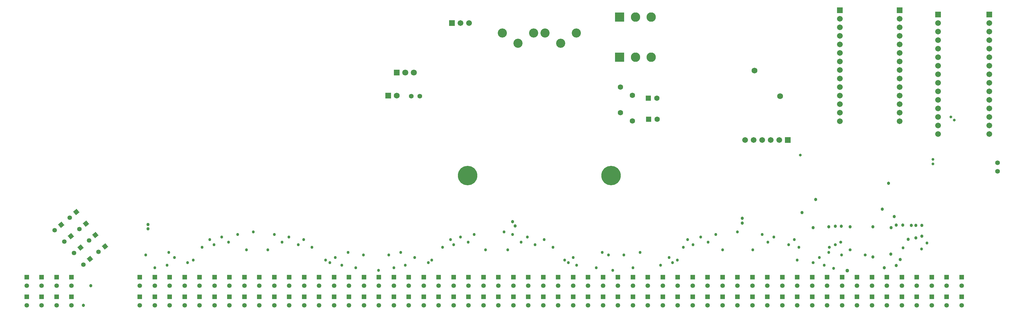
<source format=gts>
G04*
G04 #@! TF.GenerationSoftware,Altium Limited,Altium Designer,23.7.1 (13)*
G04*
G04 Layer_Color=8388736*
%FSLAX44Y44*%
%MOMM*%
G71*
G04*
G04 #@! TF.SameCoordinates,0223C93B-7FE2-4649-842A-E085946BCD85*
G04*
G04*
G04 #@! TF.FilePolarity,Negative*
G04*
G01*
G75*
%ADD16C,2.7200*%
%ADD17C,5.7912*%
%ADD18C,2.8000*%
%ADD19R,2.8000X2.8000*%
%ADD20R,1.3462X1.3462*%
%ADD21C,1.3462*%
%ADD22C,1.4032*%
%ADD23R,1.6002X1.6002*%
%ADD24C,1.6002*%
%ADD25R,1.7272X1.7272*%
%ADD26C,1.7272*%
%ADD27C,1.7032*%
%ADD28R,1.7032X1.7032*%
%ADD29R,1.7032X1.7032*%
%ADD30R,1.8032X1.8032*%
%ADD31C,1.8032*%
%ADD32C,1.6032*%
%ADD33P,1.9038X4X265.0*%
%ADD34C,0.8128*%
%ADD35C,0.9652*%
%ADD36C,0.8636*%
%ADD37C,0.9144*%
%ADD38C,1.0922*%
D16*
X1536070Y1037010D02*
D03*
X1628770D02*
D03*
X1582420Y1007010D02*
D03*
X1663070Y1036990D02*
D03*
X1755770D02*
D03*
X1709420Y1006990D02*
D03*
D17*
X1432420Y613410D02*
D03*
X1859420D02*
D03*
D18*
X1978670Y1084580D02*
D03*
X1931670D02*
D03*
X1978670Y965200D02*
D03*
X1931670D02*
D03*
D19*
X1884670Y1084580D02*
D03*
Y965200D02*
D03*
D20*
X1746250Y311150D02*
D03*
X2546350D02*
D03*
X120650Y252730D02*
D03*
X990600D02*
D03*
X1701800D02*
D03*
X2413000D02*
D03*
X2724150Y311150D02*
D03*
X2012950D02*
D03*
X1301750D02*
D03*
X590550D02*
D03*
X768350Y252730D02*
D03*
X1479550D02*
D03*
X2190750D02*
D03*
X2901950D02*
D03*
X2235200Y311150D02*
D03*
X1524000D02*
D03*
X812800D02*
D03*
X946150Y252730D02*
D03*
X1657350D02*
D03*
X2368550D02*
D03*
X2768600Y311150D02*
D03*
X2057400D02*
D03*
X1346200D02*
D03*
X635000D02*
D03*
X723900Y252730D02*
D03*
X1435100D02*
D03*
X2146300D02*
D03*
X2857500D02*
D03*
X2279650Y311150D02*
D03*
X1568450D02*
D03*
X857250D02*
D03*
X679450Y252730D02*
D03*
X1390650D02*
D03*
X2101850D02*
D03*
X2813050D02*
D03*
X2324100Y311150D02*
D03*
X1612900D02*
D03*
X901700D02*
D03*
Y252730D02*
D03*
X1612900D02*
D03*
X2324100D02*
D03*
X2813050Y311150D02*
D03*
X2101850D02*
D03*
X1390650D02*
D03*
X679450D02*
D03*
X635000Y252730D02*
D03*
X1346200D02*
D03*
X2057400D02*
D03*
X2768600D02*
D03*
X2368550Y311150D02*
D03*
X1657350D02*
D03*
X946150D02*
D03*
X857250Y252730D02*
D03*
X1568450D02*
D03*
X2279650D02*
D03*
X2857500Y311150D02*
D03*
X2146300D02*
D03*
X1435100D02*
D03*
X723900D02*
D03*
X590550Y252730D02*
D03*
X1301750D02*
D03*
X2012950D02*
D03*
X2724150D02*
D03*
X2413000Y311150D02*
D03*
X1701800D02*
D03*
X990600D02*
D03*
X120650D02*
D03*
X812800Y252730D02*
D03*
X1524000D02*
D03*
X2235200D02*
D03*
X2901950Y311150D02*
D03*
X2190750D02*
D03*
X1479550D02*
D03*
X768350D02*
D03*
X546100Y252730D02*
D03*
X1257300D02*
D03*
X1968500D02*
D03*
X2679700D02*
D03*
X2457450Y311150D02*
D03*
X1035050D02*
D03*
X165100D02*
D03*
X501650Y252730D02*
D03*
X1212850D02*
D03*
X1924050D02*
D03*
X2635250D02*
D03*
X2501900Y311150D02*
D03*
X1790700D02*
D03*
X1079500D02*
D03*
X209550D02*
D03*
X457200Y252730D02*
D03*
X1168400D02*
D03*
X1879600D02*
D03*
X2590800D02*
D03*
X1835150Y311150D02*
D03*
X1123950D02*
D03*
X254000D02*
D03*
Y252730D02*
D03*
X1123950D02*
D03*
X1835150D02*
D03*
X2546350D02*
D03*
X2590800Y311150D02*
D03*
X1879600D02*
D03*
X1168400D02*
D03*
X457200D02*
D03*
X209550Y252730D02*
D03*
X1079500D02*
D03*
X1790700D02*
D03*
X2501900D02*
D03*
X2635250Y311150D02*
D03*
X1924050D02*
D03*
X1212850D02*
D03*
X501650D02*
D03*
X165100Y252730D02*
D03*
X1035050D02*
D03*
X1746250D02*
D03*
X2457450D02*
D03*
X2679700Y311150D02*
D03*
X1968500D02*
D03*
X1257300D02*
D03*
X546100D02*
D03*
D21*
X1746250Y285750D02*
D03*
X2546350D02*
D03*
X120650Y227330D02*
D03*
X990600D02*
D03*
X1701800D02*
D03*
X2413000D02*
D03*
X2724150Y285750D02*
D03*
X2012950D02*
D03*
X1301750D02*
D03*
X590550D02*
D03*
X768350Y227330D02*
D03*
X1479550D02*
D03*
X2190750D02*
D03*
X2901950D02*
D03*
X2235200Y285750D02*
D03*
X1524000D02*
D03*
X812800D02*
D03*
X248821Y488106D02*
D03*
X289785Y348403D02*
D03*
X946150Y227330D02*
D03*
X1657350D02*
D03*
X2368550D02*
D03*
X2768600Y285750D02*
D03*
X2057400D02*
D03*
X1346200D02*
D03*
X635000D02*
D03*
X723900Y227330D02*
D03*
X1435100D02*
D03*
X2146300D02*
D03*
X2857500D02*
D03*
X2279650Y285750D02*
D03*
X1568450D02*
D03*
X857250D02*
D03*
X277393Y454055D02*
D03*
X679450Y227330D02*
D03*
X1390650D02*
D03*
X2101850D02*
D03*
X2813050D02*
D03*
X2324100Y285750D02*
D03*
X1612900D02*
D03*
X901700D02*
D03*
X305965Y420005D02*
D03*
X261213Y382453D02*
D03*
X901700Y227330D02*
D03*
X1612900D02*
D03*
X2324100D02*
D03*
X2813050Y285750D02*
D03*
X2101850D02*
D03*
X1390650D02*
D03*
X679450D02*
D03*
X635000Y227330D02*
D03*
X1346200D02*
D03*
X2057400D02*
D03*
X2768600D02*
D03*
X2368550Y285750D02*
D03*
X1657350D02*
D03*
X946150D02*
D03*
X334537Y385954D02*
D03*
X232641Y416504D02*
D03*
X857250Y227330D02*
D03*
X1568450D02*
D03*
X2279650D02*
D03*
X2857500Y285750D02*
D03*
X2146300D02*
D03*
X1435100D02*
D03*
X723900D02*
D03*
X590550Y227330D02*
D03*
X1301750D02*
D03*
X2012950D02*
D03*
X2724150D02*
D03*
X2413000Y285750D02*
D03*
X1701800D02*
D03*
X990600D02*
D03*
X120650D02*
D03*
X204069Y450554D02*
D03*
X812800Y227330D02*
D03*
X1524000D02*
D03*
X2235200D02*
D03*
X2901950Y285750D02*
D03*
X2190750D02*
D03*
X1479550D02*
D03*
X768350D02*
D03*
X546100Y227330D02*
D03*
X1257300D02*
D03*
X1968500D02*
D03*
X2679700D02*
D03*
X2457450Y285750D02*
D03*
X1035050D02*
D03*
X165100D02*
D03*
X501650Y227330D02*
D03*
X1212850D02*
D03*
X1924050D02*
D03*
X2635250D02*
D03*
X2501900Y285750D02*
D03*
X1790700D02*
D03*
X1079500D02*
D03*
X209550D02*
D03*
X457200Y227330D02*
D03*
X1168400D02*
D03*
X1879600D02*
D03*
X2590800D02*
D03*
X1835150Y285750D02*
D03*
X1123950D02*
D03*
X254000D02*
D03*
Y227330D02*
D03*
X1123950D02*
D03*
X1835150D02*
D03*
X2546350D02*
D03*
X2590800Y285750D02*
D03*
X1879600D02*
D03*
X1168400D02*
D03*
X457200D02*
D03*
X209550Y227330D02*
D03*
X1079500D02*
D03*
X1790700D02*
D03*
X2501900D02*
D03*
X2635250Y285750D02*
D03*
X1924050D02*
D03*
X1212850D02*
D03*
X501650D02*
D03*
X165100Y227330D02*
D03*
X1035050D02*
D03*
X1746250D02*
D03*
X2457450D02*
D03*
X2679700Y285750D02*
D03*
X1968500D02*
D03*
X1257300D02*
D03*
X546100D02*
D03*
D22*
X1264920Y849630D02*
D03*
X1290320D02*
D03*
X3008630Y651510D02*
D03*
Y626110D02*
D03*
D23*
X1969770Y843479D02*
D03*
X1971040Y781050D02*
D03*
D24*
X1995170Y843479D02*
D03*
X1996440Y781050D02*
D03*
D25*
X1196340Y850900D02*
D03*
D26*
X1221740D02*
D03*
X2286000Y925830D02*
D03*
X2362200Y849630D02*
D03*
D27*
X2984500Y736600D02*
D03*
Y762000D02*
D03*
Y787400D02*
D03*
Y812800D02*
D03*
Y838200D02*
D03*
Y863600D02*
D03*
Y889000D02*
D03*
Y914400D02*
D03*
Y939800D02*
D03*
Y965200D02*
D03*
Y990600D02*
D03*
Y1016000D02*
D03*
Y1041400D02*
D03*
Y1066800D02*
D03*
X2832100Y736600D02*
D03*
Y762000D02*
D03*
Y787400D02*
D03*
Y812800D02*
D03*
Y838200D02*
D03*
Y863600D02*
D03*
Y889000D02*
D03*
Y914400D02*
D03*
Y939800D02*
D03*
Y965200D02*
D03*
Y990600D02*
D03*
Y1016000D02*
D03*
Y1041400D02*
D03*
Y1066800D02*
D03*
X1410970D02*
D03*
X1436370D02*
D03*
X2258060Y718820D02*
D03*
X2283460D02*
D03*
X2308860D02*
D03*
X2334260D02*
D03*
X2359660D02*
D03*
X2717800Y774700D02*
D03*
Y800100D02*
D03*
Y825500D02*
D03*
Y850900D02*
D03*
Y876300D02*
D03*
Y901700D02*
D03*
Y927100D02*
D03*
Y952500D02*
D03*
Y977900D02*
D03*
Y1003300D02*
D03*
Y1028700D02*
D03*
Y1054100D02*
D03*
Y1079500D02*
D03*
X2540000Y774700D02*
D03*
Y800100D02*
D03*
Y825500D02*
D03*
Y850900D02*
D03*
Y876300D02*
D03*
Y901700D02*
D03*
Y927100D02*
D03*
Y952500D02*
D03*
Y977900D02*
D03*
Y1003300D02*
D03*
Y1028700D02*
D03*
Y1054100D02*
D03*
Y1079500D02*
D03*
D28*
X2984500Y1092200D02*
D03*
X2832100D02*
D03*
X2717800Y1104900D02*
D03*
X2540000D02*
D03*
D29*
X1385570Y1066800D02*
D03*
X2385060Y718820D02*
D03*
D30*
X1221740Y919480D02*
D03*
D31*
X1247140D02*
D03*
X1272540D02*
D03*
D32*
X1922780Y852170D02*
D03*
Y775970D02*
D03*
X1887220Y876300D02*
D03*
Y800100D02*
D03*
D33*
X268278Y504433D02*
D03*
X309242Y364729D02*
D03*
X296850Y470382D02*
D03*
X325422Y436332D02*
D03*
X280670Y398780D02*
D03*
X353994Y402281D02*
D03*
X252098Y432831D02*
D03*
X223526Y466881D02*
D03*
D34*
X2870200Y787400D02*
D03*
X2880360Y778510D02*
D03*
X2421890Y674370D02*
D03*
X2816860Y661670D02*
D03*
Y647700D02*
D03*
D35*
X2707640Y345440D02*
D03*
X1573530Y463550D02*
D03*
X2249170Y471805D02*
D03*
X2684780Y590550D02*
D03*
X2426970Y502920D02*
D03*
X2468245Y541655D02*
D03*
X2249170Y486410D02*
D03*
X2506980Y461010D02*
D03*
X2526030Y462280D02*
D03*
X2459990Y458470D02*
D03*
X1565910Y476250D02*
D03*
X481330Y467360D02*
D03*
X311150Y285750D02*
D03*
X481330Y454660D02*
D03*
X289560Y227330D02*
D03*
X2672080Y339090D02*
D03*
X2743200Y423164D02*
D03*
X2543810Y462280D02*
D03*
X2570480Y461010D02*
D03*
X2719070Y363220D02*
D03*
X2726690Y466090D02*
D03*
X2752090Y464820D02*
D03*
X2637790Y461010D02*
D03*
Y370840D02*
D03*
X2691130Y379730D02*
D03*
X2692400Y458470D02*
D03*
X2701290Y491490D02*
D03*
X2707640Y466090D02*
D03*
X2665730Y513080D02*
D03*
X2766060Y464820D02*
D03*
Y427990D02*
D03*
X2783840Y433070D02*
D03*
Y464820D02*
D03*
D36*
X1551940Y392430D02*
D03*
X2479040Y369570D02*
D03*
X1659890Y422910D02*
D03*
X1633220Y407670D02*
D03*
X2520950Y336804D02*
D03*
X2727960Y397764D02*
D03*
X2782570Y394970D02*
D03*
X2506980Y384810D02*
D03*
X2545080Y377190D02*
D03*
X2799080Y412750D02*
D03*
X2404110Y422656D02*
D03*
X2417686Y399936D02*
D03*
X2343150Y430530D02*
D03*
X2387600Y407670D02*
D03*
X2493010Y346710D02*
D03*
X2413000Y361950D02*
D03*
X2325370Y415290D02*
D03*
X2308860Y438150D02*
D03*
X2280920Y392430D02*
D03*
X2235200Y445770D02*
D03*
X2190750Y392430D02*
D03*
X2170430Y438150D02*
D03*
X2147570Y415290D02*
D03*
X2125980Y430530D02*
D03*
X2103120Y407670D02*
D03*
X2086610Y422910D02*
D03*
X2073910Y400050D02*
D03*
X2056130Y361950D02*
D03*
X2042160Y354330D02*
D03*
X2032000Y369570D02*
D03*
X2006600Y346710D02*
D03*
X1945640Y384810D02*
D03*
X1924050Y339090D02*
D03*
X1897380Y377190D02*
D03*
X1864360Y331470D02*
D03*
X1851660Y377190D02*
D03*
X1814830Y339090D02*
D03*
X1832610Y384810D02*
D03*
X1756410Y346710D02*
D03*
X1746250Y369570D02*
D03*
X1732280Y354330D02*
D03*
X1720850Y361950D02*
D03*
X1686560Y400050D02*
D03*
X1610360Y430530D02*
D03*
X1591310Y415290D02*
D03*
X1565910Y438150D02*
D03*
X1540510Y445770D02*
D03*
X1485900Y392430D02*
D03*
X1451610Y438150D02*
D03*
X1433830Y415290D02*
D03*
X1410970Y430530D02*
D03*
X1390650Y407670D02*
D03*
X1381760Y422910D02*
D03*
X1357630Y400050D02*
D03*
X1325880Y361950D02*
D03*
X1315720Y354330D02*
D03*
X1275080Y369570D02*
D03*
X1247140Y346710D02*
D03*
X1233170Y384810D02*
D03*
X1212850Y339090D02*
D03*
X1197610Y377190D02*
D03*
X1167130Y331470D02*
D03*
X1122680Y377190D02*
D03*
X1099820Y339090D02*
D03*
X1076960Y384810D02*
D03*
X1057910Y346710D02*
D03*
X1038860Y369570D02*
D03*
X1010220Y361950D02*
D03*
X1022350Y354330D02*
D03*
X969010Y400050D02*
D03*
X944880Y422910D02*
D03*
X928370Y407670D02*
D03*
X900430Y430530D02*
D03*
X880110Y415290D02*
D03*
X857250Y438150D02*
D03*
X838200Y392430D02*
D03*
X795020Y445770D02*
D03*
X774700Y392430D02*
D03*
X748030Y438150D02*
D03*
X599440Y354330D02*
D03*
X665480Y422910D02*
D03*
X642620Y400050D02*
D03*
X560070Y369570D02*
D03*
X538480Y346710D02*
D03*
X543560Y384810D02*
D03*
X721360Y415290D02*
D03*
X701040Y430530D02*
D03*
X678180Y407670D02*
D03*
X615950Y361950D02*
D03*
X474980Y377190D02*
D03*
X501650Y339090D02*
D03*
D37*
X2508250Y400050D02*
D03*
X2526030Y407607D02*
D03*
X2614930Y377190D02*
D03*
X2570480Y392176D02*
D03*
X2542540Y415163D02*
D03*
X2459990Y354330D02*
D03*
D38*
X2561590Y330073D02*
D03*
M02*

</source>
